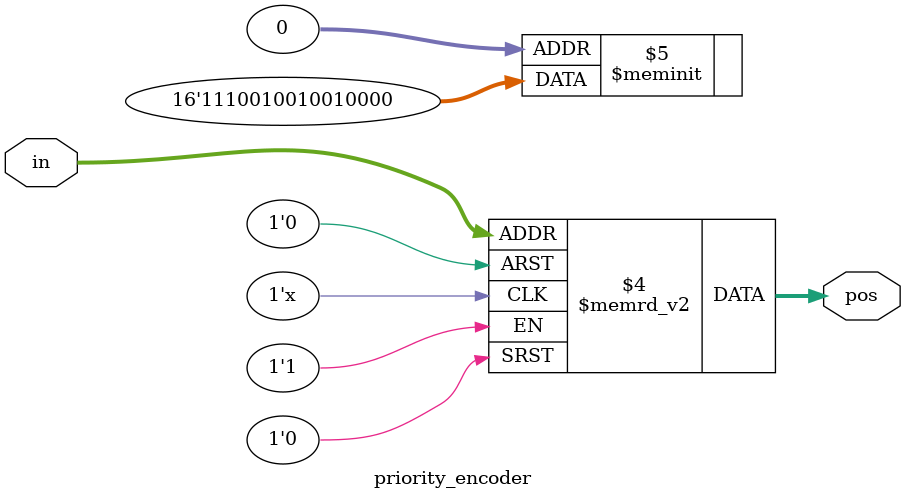
<source format=v>
module priority_encoder( 
input [2:0] in,
output reg [1:0] pos ); 
// When sel=1, assign b to out
always @(*)
case( in ) 
3'b000 : pos = 0; 
3'b001 : pos = 0; 
3'b010 : pos = 1; 
3'b011 : pos = 2; 
3'b100 : pos = 0; 
3'b101 : pos = 1; 
3'b110 : pos = 2; 
3'b111 : pos = 3; 
default : pos = 0; 
endcase 
endmodule

</source>
